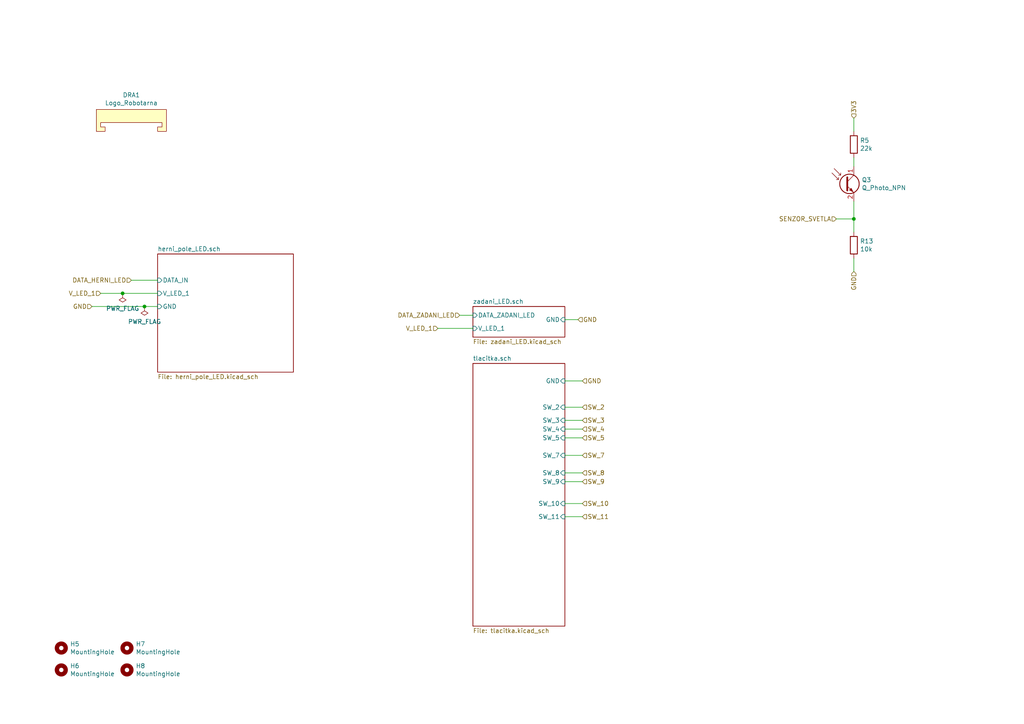
<source format=kicad_sch>
(kicad_sch (version 20211123) (generator eeschema)
  (paper "A4")
  (lib_symbols
    (symbol "Device:Q_Photo_NPN" (pin_names (offset 0) hide)
      (property "Reference" "Q" (at 5.08 1.27 0))
      (property "Value" "Q_Photo_NPN" (at 5.08 -1.27 0))
      (symbol "Q_Photo_NPN_0_1"
        (polyline (pts (xy -1.905 1.27) (xy -2.54 1.27)))
        (polyline (pts (xy -1.27 2.54) (xy -1.905 2.54)))
        (polyline (pts (xy 0.635 0.635) (xy 2.54 2.54)))
        (polyline (pts (xy -3.81 3.175) (xy -1.905 1.27) (xy -1.905 1.905)))
        (polyline (pts (xy -3.175 4.445) (xy -1.27 2.54) (xy -1.27 3.175)))
        (polyline (pts (xy 0.635 -0.635) (xy 2.54 -2.54) (xy 2.54 -2.54)))
        (polyline (pts (xy 0.635 1.905) (xy 0.635 -1.905) (xy 0.635 -1.905)) (stroke (width 0.508)))
        (polyline (pts (xy 1.27 -1.778) (xy 1.778 -1.27) (xy 2.286 -2.286) (xy 1.27 -1.778) (xy 1.27 -1.778)) (fill (type outline)))
        (circle (center 1.27 0) (radius 2.8194) (stroke (width 0.254)))
      )
      (symbol "Q_Photo_NPN_1_1"
        (pin passive line (at 2.54 5.08 270) (length 2.54) (name "C") (number "1"))
        (pin passive line (at 2.54 -5.08 90) (length 2.54) (name "E") (number "2"))
      )
    )
    (symbol "Device:R" (pin_numbers hide) (pin_names (offset 0))
      (property "Reference" "R" (at 2.032 0 90))
      (property "Value" "R" (at 0 0 90))
      (symbol "R_0_1"
        (rectangle (start -1.016 -2.54) (end 1.016 2.54) (stroke (width 0.254)))
      )
      (symbol "R_1_1"
        (pin passive line (at 0 3.81 270) (length 1.27) (name "~") (number "1"))
        (pin passive line (at 0 -3.81 90) (length 1.27) (name "~") (number "2"))
      )
    )
    (symbol "Mechanical:DIN_Rail_Adapter"
      (property "Reference" "DRA" (at 0 6.35 0))
      (property "Value" "DIN_Rail_Adapter" (at 0 3.81 0))
      (symbol "DIN_Rail_Adapter_0_1"
        (polyline (pts (xy 10.16 2.54) (xy -10.16 2.54) (xy -10.16 -3.81) (xy -7.62 -3.81) (xy -7.62 -2.54) (xy -8.89 -2.54) (xy -8.89 -1.27) (xy 8.89 -1.27) (xy 8.89 -2.54) (xy 7.62 -2.54) (xy 7.62 -3.81) (xy 10.16 -3.81) (xy 10.16 2.54) (xy -10.16 2.54)) (fill (type background)))
      )
    )
    (symbol "Mechanical:MountingHole" (pin_names (offset 1.016))
      (property "Reference" "H" (at 0 5.08 0))
      (property "Value" "MountingHole" (at 0 3.175 0))
      (symbol "MountingHole_0_1"
        (circle (center 0 0) (radius 1.27) (stroke (width 1.27)))
      )
    )
    (symbol "power:PWR_FLAG" (power) (pin_numbers hide) (pin_names (offset 0) hide)
      (property "Value" "PWR_FLAG" (at 0 3.81 0))
      (symbol "PWR_FLAG_0_0"
        (pin power_out line (at 0 0 90) (length 0) (name "pwr") (number "1"))
      )
      (symbol "PWR_FLAG_0_1"
        (polyline (pts (xy 0 0) (xy 0 1.27) (xy -1.016 1.905) (xy 0 2.54) (xy 1.016 1.905) (xy 0 1.27)))
      )
    )
  )
  (junction (at 35.56 85.09))
  (junction (at 41.91 88.9))
  (junction (at 247.65 63.5))
  (wire (pts (xy 41.91 88.9) (xy 45.72 88.9)))
  (wire (pts (xy 247.65 67.31) (xy 247.65 63.5)))
  (wire (pts (xy 163.83 121.92) (xy 168.91 121.92)))
  (wire (pts (xy 29.21 85.09) (xy 35.56 85.09)))
  (wire (pts (xy 168.91 137.16) (xy 163.83 137.16)))
  (wire (pts (xy 163.83 146.05) (xy 168.91 146.05)))
  (wire (pts (xy 247.65 78.74) (xy 247.65 74.93)))
  (wire (pts (xy 35.56 85.09) (xy 45.72 85.09)))
  (wire (pts (xy 163.83 139.7) (xy 168.91 139.7)))
  (wire (pts (xy 127 95.25) (xy 137.16 95.25)))
  (wire (pts (xy 38.1 81.28) (xy 45.72 81.28)))
  (wire (pts (xy 168.91 149.86) (xy 163.83 149.86)))
  (wire (pts (xy 163.83 110.49) (xy 168.91 110.49)))
  (wire (pts (xy 26.67 88.9) (xy 41.91 88.9)))
  (wire (pts (xy 247.65 45.72) (xy 247.65 48.26)))
  (wire (pts (xy 247.65 34.29) (xy 247.65 38.1)))
  (wire (pts (xy 167.64 92.71) (xy 163.83 92.71)))
  (wire (pts (xy 133.35 91.44) (xy 137.16 91.44)))
  (wire (pts (xy 247.65 63.5) (xy 247.65 58.42)))
  (wire (pts (xy 163.83 132.08) (xy 168.91 132.08)))
  (wire (pts (xy 168.91 127) (xy 163.83 127)))
  (wire (pts (xy 242.57 63.5) (xy 247.65 63.5)))
  (wire (pts (xy 163.83 124.46) (xy 168.91 124.46)))
  (wire (pts (xy 163.83 118.11) (xy 168.91 118.11)))
  (hierarchical_label "GND" (shape input) (at 168.91 110.49 0))
  (hierarchical_label "SW_5" (shape input) (at 168.91 127 0))
  (hierarchical_label "SW_2" (shape input) (at 168.91 118.11 0))
  (hierarchical_label "GND" (shape input) (at 167.64 92.71 0))
  (hierarchical_label "SW_9" (shape input) (at 168.91 139.7 0))
  (hierarchical_label "SENZOR_SVETLA" (shape input) (at 242.57 63.5 180))
  (hierarchical_label "SW_3" (shape input) (at 168.91 121.92 0))
  (hierarchical_label "SW_4" (shape input) (at 168.91 124.46 0))
  (hierarchical_label "SW_11" (shape input) (at 168.91 149.86 0))
  (hierarchical_label "3V3" (shape input) (at 247.65 34.29 90))
  (hierarchical_label "SW_10" (shape input) (at 168.91 146.05 0))
  (hierarchical_label "GND" (shape input) (at 26.67 88.9 180))
  (hierarchical_label "SW_8" (shape input) (at 168.91 137.16 0))
  (hierarchical_label "V_LED_1" (shape input) (at 29.21 85.09 180))
  (hierarchical_label "GND" (shape input) (at 247.65 78.74 270))
  (hierarchical_label "SW_7" (shape input) (at 168.91 132.08 0))
  (hierarchical_label "V_LED_1" (shape input) (at 127 95.25 180))
  (hierarchical_label "DATA_ZADANI_LED" (shape input) (at 133.35 91.44 180))
  (hierarchical_label "DATA_HERNI_LED" (shape input) (at 38.1 81.28 180))
  (symbol (lib_id "Device:Q_Photo_NPN") (at 245.11 53.34 0) (unit 1)
    (property "Reference" "Q3" (at 249.936 52.1716 0) (effects (justify left)))
    (property "Value" "Q_Photo_NPN" (at 249.936 54.483 0) (effects (justify left)))
    (property "Footprint" "my_library:SMD,3.5x2.8x1.9mm" (effects hide))
    (property "JLCPCB_CORRECTION" "0;0;0" (effects hide))
    (property "LCSC" "C250859" (effects hide))
  )
  (symbol (lib_id "Device:R") (at 247.65 71.12 0) (unit 1)
    (property "Reference" "R13" (at 249.428 69.9516 0) (effects (justify left)))
    (property "Value" "10k" (at 249.428 72.263 0) (effects (justify left)))
    (property "Footprint" "Resistor_SMD:R_0402_1005Metric" (effects hide))
    (property "JLCPCB_CORRECTION" "0;0;0" (effects hide))
    (property "LCSC" "C25744" (effects hide))
  )
  (symbol (lib_id "Device:R") (at 247.65 41.91 0) (unit 1)
    (property "Reference" "R5" (at 249.428 40.7416 0) (effects (justify left)))
    (property "Value" "22k" (at 249.428 43.053 0) (effects (justify left)))
    (property "Footprint" "Resistor_SMD:R_0402_1005Metric" (effects hide))
    (property "JLCPCB_CORRECTION" "0;0;0" (effects hide))
    (property "LCSC" "C25768" (effects hide))
  )
  (symbol (lib_id "Mechanical:MountingHole") (at 17.78 194.31 0) (unit 1)
    (property "Reference" "H6" (at 20.32 193.1416 0) (effects (justify left)))
    (property "Value" "MountingHole" (at 20.32 195.453 0) (effects (justify left)))
    (property "Footprint" "MountingHole:MountingHole_3.2mm_M3_DIN965_Pad" (effects hide))
    (property "JLCPCB_CORRECTION" "0;0;0" (effects hide))
    (property "LCSC" "-" (effects hide))
  )
  (symbol (lib_id "Mechanical:MountingHole") (at 17.78 187.96 0) (unit 1)
    (property "Reference" "H5" (at 20.32 186.7916 0) (effects (justify left)))
    (property "Value" "MountingHole" (at 20.32 189.103 0) (effects (justify left)))
    (property "Footprint" "MountingHole:MountingHole_3.2mm_M3_DIN965_Pad" (effects hide))
    (property "JLCPCB_CORRECTION" "0;0;0" (effects hide))
    (property "LCSC" "-" (effects hide))
  )
  (symbol (lib_id "Mechanical:MountingHole") (at 36.83 194.31 0) (unit 1)
    (property "Reference" "H8" (at 39.37 193.1416 0) (effects (justify left)))
    (property "Value" "MountingHole" (at 39.37 195.453 0) (effects (justify left)))
    (property "Footprint" "MountingHole:MountingHole_3.2mm_M3_DIN965_Pad" (effects hide))
    (property "JLCPCB_CORRECTION" "0;0;0" (effects hide))
    (property "LCSC" "-" (effects hide))
  )
  (symbol (lib_id "Mechanical:MountingHole") (at 36.83 187.96 0) (unit 1)
    (property "Reference" "H7" (at 39.37 186.7916 0) (effects (justify left)))
    (property "Value" "MountingHole" (at 39.37 189.103 0) (effects (justify left)))
    (property "Footprint" "MountingHole:MountingHole_3.2mm_M3_DIN965_Pad" (effects hide))
    (property "JLCPCB_CORRECTION" "0;0;0" (effects hide))
    (property "LCSC" "-" (effects hide))
  )
  (symbol (lib_id "Mechanical:DIN_Rail_Adapter") (at 38.1 34.29 0) (unit 1)
    (property "Reference" "DRA1" (at 38.1 27.559 0))
    (property "Value" "Logo_Robotarna" (at 38.1 29.8704 0))
    (property "Footprint" "my_library:RobotarnaLogo-6mm" (effects hide))
    (property "LCSC" "-" (effects hide))
    (property "JLCPCB_CORRECTION" "0;0;0" (effects hide))
  )
  (symbol (lib_id "power:PWR_FLAG") (at 35.56 85.09 180) (unit 1)
    (property "Reference" "#FLG0103" (effects hide))
    (property "Value" "PWR_FLAG" (at 35.56 89.4842 0))
  )
  (symbol (lib_id "power:PWR_FLAG") (at 41.91 88.9 180) (unit 1)
    (property "Reference" "#FLG0105" (effects hide))
    (property "Value" "PWR_FLAG" (at 41.91 93.2942 0))
  )
  (sheet (at 137.16 88.9) (size 26.67 8.89)
    (property "Sheet name" "zadani_LED.sch" (at 137.16 88.1884 0) (effects (justify left bottom)))
    (property "Sheet file" "zadani_LED.kicad_sch" (at 137.16 98.3746 0) (effects (justify left top)))
    (pin "V_LED_1" input (at 137.16 95.25 180))
    (pin "GND" input (at 163.83 92.71 0))
    (pin "DATA_ZADANI_LED" input (at 137.16 91.44 180))
  )
  (sheet (at 137.16 105.41) (size 26.67 76.2)
    (property "Sheet name" "tlacitka.sch" (at 137.16 104.6984 0) (effects (justify left bottom)))
    (property "Sheet file" "tlacitka.kicad_sch" (at 137.16 182.1946 0) (effects (justify left top)))
    (pin "SW_11" input (at 163.83 149.86 0))
    (pin "SW_3" input (at 163.83 121.92 0))
    (pin "SW_5" input (at 163.83 127 0))
    (pin "SW_8" input (at 163.83 137.16 0))
    (pin "SW_9" input (at 163.83 139.7 0))
    (pin "SW_10" input (at 163.83 146.05 0))
    (pin "SW_2" input (at 163.83 118.11 0))
    (pin "GND" input (at 163.83 110.49 0))
    (pin "SW_4" input (at 163.83 124.46 0))
    (pin "SW_7" input (at 163.83 132.08 0))
  )
  (sheet (at 45.72 73.66) (size 39.37 34.29)
    (property "Sheet name" "herni_pole_LED.sch" (at 45.72 72.9484 0) (effects (justify left bottom)))
    (property "Sheet file" "herni_pole_LED.kicad_sch" (at 45.72 108.5346 0) (effects (justify left top)))
    (pin "V_LED_1" input (at 45.72 85.09 180))
    (pin "DATA_IN" input (at 45.72 81.28 180))
    (pin "GND" input (at 45.72 88.9 180))
  )
)
</source>
